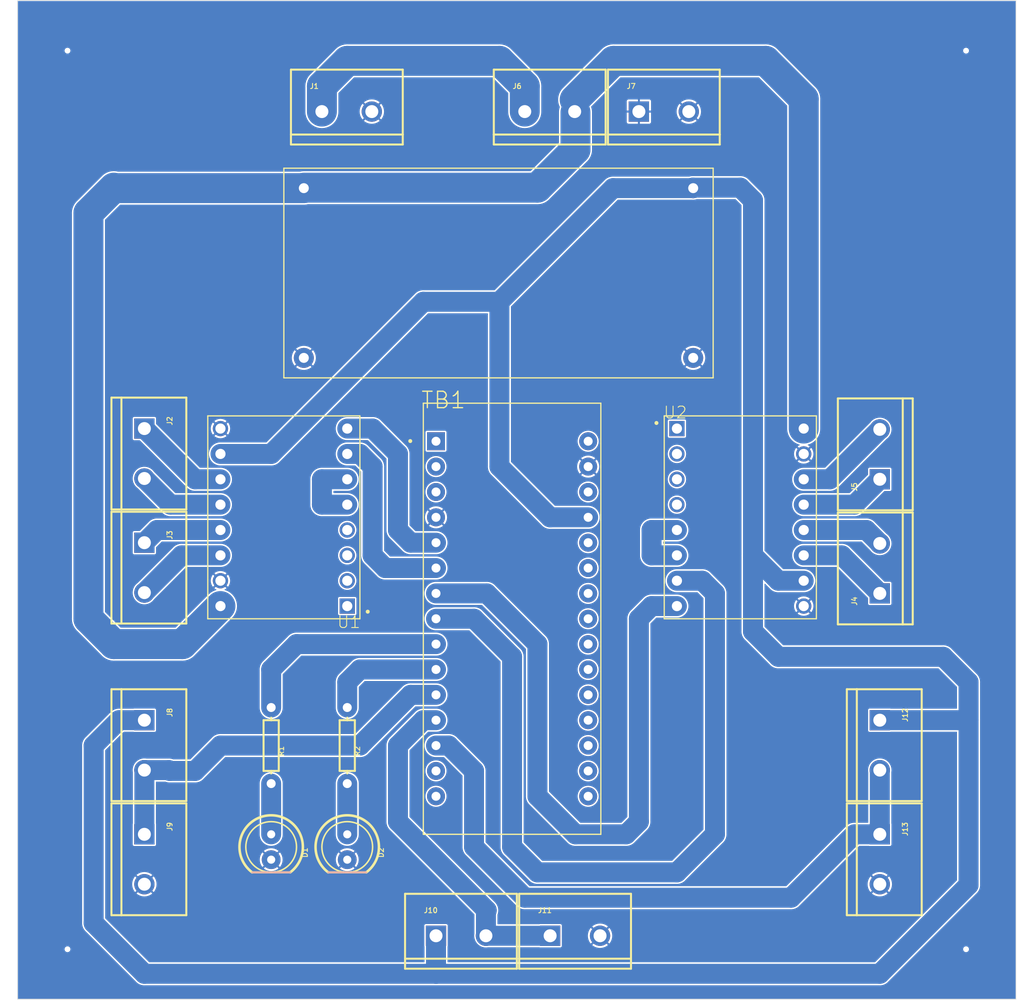
<source format=kicad_pcb>
(kicad_pcb (version 20211014) (generator pcbnew)
  (layers (0 "F.Cu" signal) (31 "B.Cu" signal) (34 "B.Paste" user) (35 "F.Paste" user) (36 "B.SilkS" user "B.Silkscreen") (37 "F.SilkS" user "F.Silkscreen") (38 "B.Mask" user) (39 "F.Mask" user) (44 "Edge.Cuts" user))
  (net 0 "")
  (net 1 "3V3")
  (net 2 "AREF")
  (net 3 "12V")
  (net 4 "GND")
  (net 5 "5V")
  (net 6 "N$3")
  (net 7 "N$4")
  (net 8 "N$7")
  (net 9 "N$8")
  (net 10 "L_DIR")
  (net 11 "R_DIR")
  (net 12 "R_STEP")
  (net 13 "L_STEP")
  (net 14 "US_L")
  (net 15 "US_F")
  (net 16 "US_R")
  (net 17 "N$13")
  (net 18 "N$14")
  (net 19 "S2")
  (net 20 "S1")
  (net 21 "N$9")
  (net 22 "N$10")
  (net 23 "N$1")
  (net 24 "N$2")
  (net 25 "N$5")
  (net 26 "N$6")
  (net 27 "VIN")
  (footprint "demo_robot_platform:SHIELD_ARDUINO_NANO" (layer "F.Cu") (at 148.0311 116.9036)
    (fp_text reference "TB1" (at -9.2 -21.9) (layer "F.SilkS") (effects (font (size 1.647139 1.647139) (thickness 0.130861)) (justify left)))
    (fp_text value "ARDUINO_NANO")
    (fp_line (start 8.89 -21.59) (end 8.89 21.59) (layer "F.SilkS") (width 0.127))
    (fp_line (start -8.89 -21.59) (end 8.89 -21.59) (layer "F.SilkS") (width 0.127))
    (fp_line (start 8.89 21.59) (end -8.89 21.59) (layer "F.SilkS") (width 0.127))
    (fp_line (start -8.89 21.59) (end -8.89 -21.59) (layer "F.SilkS") (width 0.127))
    (fp_circle (center -10.2 -17.8) (end -10.1 -17.8) (layer "F.SilkS") (width 0.2) (fill none))
    (pad "1" thru_hole rect (at -7.62 -17.78 270) (size 1.8 1.8) (drill 0.9) (layers *.Cu *.Mask))
    (pad "2" thru_hole circle (at -7.62 -15.24 270) (size 1.8 1.8) (drill 0.9) (layers *.Cu *.Mask))
    (pad "3" thru_hole circle (at -7.62 -12.7 270) (size 1.8 1.8) (drill 0.9) (layers *.Cu *.Mask))
    (pad "4" thru_hole circle (at -7.62 -10.16 270) (size 1.8 1.8) (drill 0.9) (layers *.Cu *.Mask) (net 4 "GND"))
    (pad "5" thru_hole circle (at -7.62 -7.62 270) (size 1.8 1.8) (drill 0.9) (layers *.Cu *.Mask) (net 10 "L_DIR"))
    (pad "6" thru_hole circle (at -7.62 -5.08 270) (size 1.8 1.8) (drill 0.9) (layers *.Cu *.Mask) (net 13 "L_STEP"))
    (pad "7" thru_hole circle (at -7.62 -2.54 270) (size 1.8 1.8) (drill 0.9) (layers *.Cu *.Mask) (net 11 "R_DIR"))
    (pad "8" thru_hole circle (at -7.62 0 270) (size 1.8 1.8) (drill 0.9) (layers *.Cu *.Mask) (net 12 "R_STEP"))
    (pad "9" thru_hole circle (at -7.62 2.54 270) (size 1.8 1.8) (drill 0.9) (layers *.Cu *.Mask) (net 20 "S1"))
    (pad "10" thru_hole circle (at -7.62 5.08 270) (size 1.8 1.8) (drill 0.9) (layers *.Cu *.Mask) (net 19 "S2"))
    (pad "11" thru_hole circle (at -7.62 7.62 270) (size 1.8 1.8) (drill 0.9) (layers *.Cu *.Mask) (net 14 "US_L"))
    (pad "12" thru_hole circle (at -7.62 10.16 270) (size 1.8 1.8) (drill 0.9) (layers *.Cu *.Mask) (net 15 "US_F"))
    (pad "13" thru_hole circle (at -7.62 12.7 270) (size 1.8 1.8) (drill 0.9) (layers *.Cu *.Mask) (net 16 "US_R"))
    (pad "14" thru_hole circle (at -7.62 15.24 270) (size 1.8 1.8) (drill 0.9) (layers *.Cu *.Mask))
    (pad "15" thru_hole circle (at -7.62 17.78 270) (size 1.8 1.8) (drill 0.9) (layers *.Cu *.Mask))
    (pad "16" thru_hole circle (at 7.62 17.78 90) (size 1.8 1.8) (drill 0.9) (layers *.Cu *.Mask))
    (pad "17" thru_hole circle (at 7.62 15.24 90) (size 1.8 1.8) (drill 0.9) (layers *.Cu *.Mask) (net 1 "3V3"))
    (pad "18" thru_hole circle (at 7.62 12.7 90) (size 1.8 1.8) (drill 0.9) (layers *.Cu *.Mask) (net 2 "AREF"))
    (pad "19" thru_hole circle (at 7.62 10.16 90) (size 1.8 1.8) (drill 0.9) (layers *.Cu *.Mask))
    (pad "20" thru_hole circle (at 7.62 7.62 90) (size 1.8 1.8) (drill 0.9) (layers *.Cu *.Mask))
    (pad "21" thru_hole circle (at 7.62 5.08 90) (size 1.8 1.8) (drill 0.9) (layers *.Cu *.Mask))
    (pad "22" thru_hole circle (at 7.62 2.54 90) (size 1.8 1.8) (drill 0.9) (layers *.Cu *.Mask))
    (pad "23" thru_hole circle (at 7.62 0 90) (size 1.8 1.8) (drill 0.9) (layers *.Cu *.Mask))
    (pad "24" thru_hole circle (at 7.62 -2.54 90) (size 1.8 1.8) (drill 0.9) (layers *.Cu *.Mask))
    (pad "25" thru_hole circle (at 7.62 -5.08 90) (size 1.8 1.8) (drill 0.9) (layers *.Cu *.Mask))
    (pad "26" thru_hole circle (at 7.62 -7.62 90) (size 1.8 1.8) (drill 0.9) (layers *.Cu *.Mask))
    (pad "27" thru_hole circle (at 7.62 -10.16 90) (size 1.8 1.8) (drill 0.9) (layers *.Cu *.Mask) (net 5 "5V"))
    (pad "28" thru_hole circle (at 7.62 -12.7 90) (size 1.8 1.8) (drill 0.9) (layers *.Cu *.Mask))
    (pad "29" thru_hole circle (at 7.62 -15.24 90) (size 1.8 1.8) (drill 0.9) (layers *.Cu *.Mask) (net 4 "GND"))
    (pad "30" thru_hole circle (at 7.62 -17.78 90) (size 1.8 1.8) (drill 0.9) (layers *.Cu *.Mask))
  )
  (footprint "demo_robot_platform:MODULE_A4988_STEPPER_MOTOR_DRIVER_CARRIER" (layer "F.Cu") (at 125.1711 106.7436 180)
    (fp_text reference "U1" (at -7.75 -10.5) (layer "F.SilkS") (effects (font (size 1.176528 1.176528) (thickness 0.093472)) (justify right)))
    (fp_text value "A4988_STEPPER_MOTOR_DRIVER_CARRIER")
    (fp_line (start 7.62 10.16) (end -7.62 10.16) (layer "F.SilkS") (width 0.127))
    (fp_line (start 7.62 -10.16) (end 7.62 10.16) (layer "F.SilkS") (width 0.127))
    (fp_line (start -7.62 10.16) (end -7.62 -10.16) (layer "F.SilkS") (width 0.127))
    (fp_line (start -7.62 -10.16) (end 7.62 -10.16) (layer "F.SilkS") (width 0.127))
    (fp_circle (center -8.4 -9.45) (end -8.3 -9.45) (layer "F.SilkS") (width 0.2) (fill none))
    (pad "1" thru_hole rect (at -6.35 -8.89 180) (size 1.53 1.53) (drill 1.02) (layers *.Cu *.Mask))
    (pad "2" thru_hole circle (at -6.35 -6.35 180) (size 1.53 1.53) (drill 1.02) (layers *.Cu *.Mask))
    (pad "3" thru_hole circle (at -6.35 -3.81 180) (size 1.53 1.53) (drill 1.02) (layers *.Cu *.Mask))
    (pad "4" thru_hole circle (at -6.35 -1.27 180) (size 1.53 1.53) (drill 1.02) (layers *.Cu *.Mask))
    (pad "5" thru_hole circle (at -6.35 1.27 180) (size 1.53 1.53) (drill 1.02) (layers *.Cu *.Mask) (net 21 "N$9"))
    (pad "6" thru_hole circle (at -6.35 3.81 180) (size 1.53 1.53) (drill 1.02) (layers *.Cu *.Mask) (net 21 "N$9"))
    (pad "7" thru_hole circle (at -6.35 6.35 180) (size 1.53 1.53) (drill 1.02) (layers *.Cu *.Mask) (net 13 "L_STEP"))
    (pad "8" thru_hole circle (at -6.35 8.89 180) (size 1.53 1.53) (drill 1.02) (layers *.Cu *.Mask) (net 10 "L_DIR"))
    (pad "9" thru_hole circle (at 6.35 8.89) (size 1.53 1.53) (drill 1.02) (layers *.Cu *.Mask) (net 4 "GND"))
    (pad "10" thru_hole circle (at 6.35 6.35) (size 1.53 1.53) (drill 1.02) (layers *.Cu *.Mask) (net 5 "5V"))
    (pad "11" thru_hole circle (at 6.35 3.81) (size 1.53 1.53) (drill 1.02) (layers *.Cu *.Mask) (net 23 "N$1"))
    (pad "12" thru_hole circle (at 6.35 1.27) (size 1.53 1.53) (drill 1.02) (layers *.Cu *.Mask) (net 24 "N$2"))
    (pad "13" thru_hole circle (at 6.35 -1.27) (size 1.53 1.53) (drill 1.02) (layers *.Cu *.Mask) (net 6 "N$3"))
    (pad "14" thru_hole circle (at 6.35 -3.81) (size 1.53 1.53) (drill 1.02) (layers *.Cu *.Mask) (net 7 "N$4"))
    (pad "15" thru_hole circle (at 6.35 -6.35) (size 1.53 1.53) (drill 1.02) (layers *.Cu *.Mask) (net 4 "GND"))
    (pad "16" thru_hole circle (at 6.35 -8.89) (size 1.53 1.53) (drill 1.02) (layers *.Cu *.Mask) (net 3 "12V"))
  )
  (footprint "demo_robot_platform:SCREWTERMINAL-5MM-2" (layer "F.Cu") (at 128.9811 66.1036)
    (fp_text reference "J1" (at -1.27 -2.54) (layer "F.SilkS") (effects (font (size 0.512064 0.512064) (thickness 0.097536)) (justify left)))
    (fp_text value "")
    (fp_line (start -3.1 -4.2) (end 8.1 -4.2) (layer "F.SilkS") (width 0.2032))
    (fp_line (start 8.1 2.3) (end -3.1 2.3) (layer "F.SilkS") (width 0.2032))
    (fp_line (start -3.1 3.3) (end -3.1 2.3) (layer "F.SilkS") (width 0.2032))
    (fp_line (start -3.1 2.3) (end -3.1 -4.2) (layer "F.SilkS") (width 0.2032))
    (fp_line (start 8.1 -4.2) (end 8.1 2.3) (layer "F.SilkS") (width 0.2032))
    (fp_line (start 8.1 3.3) (end -3.1 3.3) (layer "F.SilkS") (width 0.2032))
    (fp_line (start 8.1 2.3) (end 8.1 3.3) (layer "F.SilkS") (width 0.2032))
    (pad "1" thru_hole rect (at 0 0) (size 2.032 2.032) (drill 1.3) (layers *.Cu *.Mask) (net 27 "VIN"))
    (pad "2" thru_hole circle (at 5 0) (size 2.032 2.032) (drill 1.3) (layers *.Cu *.Mask) (net 4 "GND"))
  )
  (footprint "demo_robot_platform:SCREWTERMINAL-5MM-2" (layer "F.Cu") (at 111.2011 127.0636 -90)
    (fp_text reference "J8" (at -1.27 -2.54 90) (layer "F.SilkS") (effects (font (size 0.512064 0.512064) (thickness 0.097536)) (justify right)))
    (fp_text value "")
    (fp_line (start 8.1 -4.2) (end 8.1 2.3) (layer "F.SilkS") (width 0.2032))
    (fp_line (start -3.1 -4.2) (end 8.1 -4.2) (layer "F.SilkS") (width 0.2032))
    (fp_line (start -3.1 3.3) (end -3.1 2.3) (layer "F.SilkS") (width 0.2032))
    (fp_line (start 8.1 3.3) (end -3.1 3.3) (layer "F.SilkS") (width 0.2032))
    (fp_line (start 8.1 2.3) (end 8.1 3.3) (layer "F.SilkS") (width 0.2032))
    (fp_line (start -3.1 2.3) (end -3.1 -4.2) (layer "F.SilkS") (width 0.2032))
    (fp_line (start 8.1 2.3) (end -3.1 2.3) (layer "F.SilkS") (width 0.2032))
    (pad "1" thru_hole rect (at 0 0 270) (size 2.032 2.032) (drill 1.3) (layers *.Cu *.Mask) (net 5 "5V"))
    (pad "2" thru_hole circle (at 5 0 270) (size 2.032 2.032) (drill 1.3) (layers *.Cu *.Mask) (net 14 "US_L"))
  )
  (footprint "demo_robot_platform:SCREWTERMINAL-5MM-2" (layer "F.Cu") (at 151.8411 148.6536)
    (fp_text reference "J11" (at -1.27 -2.54) (layer "F.SilkS") (effects (font (size 0.512064 0.512064) (thickness 0.097536)) (justify left)))
    (fp_text value "")
    (fp_line (start -3.1 3.3) (end -3.1 2.3) (layer "F.SilkS") (width 0.2032))
    (fp_line (start 8.1 -4.2) (end 8.1 2.3) (layer "F.SilkS") (width 0.2032))
    (fp_line (start 8.1 2.3) (end 8.1 3.3) (layer "F.SilkS") (width 0.2032))
    (fp_line (start 8.1 2.3) (end -3.1 2.3) (layer "F.SilkS") (width 0.2032))
    (fp_line (start 8.1 3.3) (end -3.1 3.3) (layer "F.SilkS") (width 0.2032))
    (fp_line (start -3.1 -4.2) (end 8.1 -4.2) (layer "F.SilkS") (width 0.2032))
    (fp_line (start -3.1 2.3) (end -3.1 -4.2) (layer "F.SilkS") (width 0.2032))
    (pad "1" thru_hole rect (at 0 0) (size 2.032 2.032) (drill 1.3) (layers *.Cu *.Mask) (net 15 "US_F"))
    (pad "2" thru_hole circle (at 5 0) (size 2.032 2.032) (drill 1.3) (layers *.Cu *.Mask) (net 4 "GND"))
  )
  (footprint "" (layer "F.Cu") (at 103.5011 150.0036)
    (fp_text reference "@HOLE0" hide)
    (fp_text value "" (at 0 0) (layer "F.SilkS") (effects (font (size 1.27 1.27))))
    (pad "" np_thru_hole circle (at 0 0) (size 0.07874 0.07874) (drill 0.07874) (layers *.Cu *.Mask))
  )
  (footprint "demo_robot_platform:SCREWTERMINAL-5MM-2" (layer "F.Cu") (at 160.7311 66.1036)
    (fp_text reference "J7" (at -1.27 -2.54) (layer "F.SilkS") (effects (font (size 0.512064 0.512064) (thickness 0.097536)) (justify left)))
    (fp_text value "")
    (fp_line (start -3.1 -4.2) (end 8.1 -4.2) (layer "F.SilkS") (width 0.2032))
    (fp_line (start -3.1 3.3) (end -3.1 2.3) (layer "F.SilkS") (width 0.2032))
    (fp_line (start 8.1 -4.2) (end 8.1 2.3) (layer "F.SilkS") (width 0.2032))
    (fp_line (start 8.1 2.3) (end -3.1 2.3) (layer "F.SilkS") (width 0.2032))
    (fp_line (start 8.1 3.3) (end -3.1 3.3) (layer "F.SilkS") (width 0.2032))
    (fp_line (start -3.1 2.3) (end -3.1 -4.2) (layer "F.SilkS") (width 0.2032))
    (fp_line (start 8.1 2.3) (end 8.1 3.3) (layer "F.SilkS") (width 0.2032))
    (pad "1" thru_hole rect (at 0 0) (size 2.032 2.032) (drill 1.3) (layers *.Cu *.Mask) (net 4 "GND"))
    (pad "2" thru_hole circle (at 5 0) (size 2.032 2.032) (drill 1.3) (layers *.Cu *.Mask) (net 4 "GND"))
  )
  (footprint "demo_robot_platform:SCREWTERMINAL-5MM-2" (layer "F.Cu") (at 184.8611 114.3636 90)
    (fp_text reference "J4" (at -1.27 -2.54 90) (layer "F.SilkS") (effects (font (size 0.512064 0.512064) (thickness 0.097536)) (justify left)))
    (fp_text value "")
    (fp_line (start 8.1 2.3) (end -3.1 2.3) (layer "F.SilkS") (width 0.2032))
    (fp_line (start -3.1 3.3) (end -3.1 2.3) (layer "F.SilkS") (width 0.2032))
    (fp_line (start 8.1 -4.2) (end 8.1 2.3) (layer "F.SilkS") (width 0.2032))
    (fp_line (start 8.1 2.3) (end 8.1 3.3) (layer "F.SilkS") (width 0.2032))
    (fp_line (start 8.1 3.3) (end -3.1 3.3) (layer "F.SilkS") (width 0.2032))
    (fp_line (start -3.1 2.3) (end -3.1 -4.2) (layer "F.SilkS") (width 0.2032))
    (fp_line (start -3.1 -4.2) (end 8.1 -4.2) (layer "F.SilkS") (width 0.2032))
    (pad "1" thru_hole rect (at 0 0 90) (size 2.032 2.032) (drill 1.3) (layers *.Cu *.Mask) (net 25 "N$5"))
    (pad "2" thru_hole circle (at 5 0 90) (size 2.032 2.032) (drill 1.3) (layers *.Cu *.Mask) (net 26 "N$6"))
  )
  (footprint "" (layer "F.Cu") (at 103.5011 60.0036)
    (fp_text reference "@HOLE3" hide)
    (fp_text value "" (at 0 0) (layer "F.SilkS") (effects (font (size 1.27 1.27))))
    (pad "" np_thru_hole circle (at 0 0) (size 0.07874 0.07874) (drill 0.07874) (layers *.Cu *.Mask))
  )
  (footprint "demo_robot_platform:SCREWTERMINAL-5MM-2" (layer "F.Cu") (at 184.8611 138.4936 -90)
    (fp_text reference "J13" (at -1.27 -2.54 90) (layer "F.SilkS") (effects (font (size 0.512064 0.512064) (thickness 0.097536)) (justify right)))
    (fp_text value "")
    (fp_line (start 8.1 2.3) (end 8.1 3.3) (layer "F.SilkS") (width 0.2032))
    (fp_line (start -3.1 -4.2) (end 8.1 -4.2) (layer "F.SilkS") (width 0.2032))
    (fp_line (start -3.1 3.3) (end -3.1 2.3) (layer "F.SilkS") (width 0.2032))
    (fp_line (start 8.1 -4.2) (end 8.1 2.3) (layer "F.SilkS") (width 0.2032))
    (fp_line (start -3.1 2.3) (end -3.1 -4.2) (layer "F.SilkS") (width 0.2032))
    (fp_line (start 8.1 2.3) (end -3.1 2.3) (layer "F.SilkS") (width 0.2032))
    (fp_line (start 8.1 3.3) (end -3.1 3.3) (layer "F.SilkS") (width 0.2032))
    (pad "1" thru_hole rect (at 0 0 270) (size 2.032 2.032) (drill 1.3) (layers *.Cu *.Mask) (net 16 "US_R"))
    (pad "2" thru_hole circle (at 5 0 270) (size 2.032 2.032) (drill 1.3) (layers *.Cu *.Mask) (net 4 "GND"))
  )
  (footprint "demo_robot_platform:SCREWTERMINAL-5MM-2" (layer "F.Cu") (at 184.8611 102.9336 90)
    (fp_text reference "J5" (at -1.27 -2.54 90) (layer "F.SilkS") (effects (font (size 0.512064 0.512064) (thickness 0.097536)) (justify left)))
    (fp_text value "")
    (fp_line (start -3.1 -4.2) (end 8.1 -4.2) (layer "F.SilkS") (width 0.2032))
    (fp_line (start 8.1 2.3) (end -3.1 2.3) (layer "F.SilkS") (width 0.2032))
    (fp_line (start 8.1 -4.2) (end 8.1 2.3) (layer "F.SilkS") (width 0.2032))
    (fp_line (start -3.1 2.3) (end -3.1 -4.2) (layer "F.SilkS") (width 0.2032))
    (fp_line (start 8.1 2.3) (end 8.1 3.3) (layer "F.SilkS") (width 0.2032))
    (fp_line (start 8.1 3.3) (end -3.1 3.3) (layer "F.SilkS") (width 0.2032))
    (fp_line (start -3.1 3.3) (end -3.1 2.3) (layer "F.SilkS") (width 0.2032))
    (pad "1" thru_hole rect (at 0 0 90) (size 2.032 2.032) (drill 1.3) (layers *.Cu *.Mask) (net 8 "N$7"))
    (pad "2" thru_hole circle (at 5 0 90) (size 2.032 2.032) (drill 1.3) (layers *.Cu *.Mask) (net 9 "N$8"))
  )
  (footprint "demo_robot_platform:SCREWTERMINAL-5MM-2" (layer "F.Cu") (at 111.2011 109.2836 -90)
    (fp_text reference "J3" (at -1.27 -2.54 90) (layer "F.SilkS") (effects (font (size 0.512064 0.512064) (thickness 0.097536)) (justify right)))
    (fp_text value "")
    (fp_line (start 8.1 3.3) (end -3.1 3.3) (layer "F.SilkS") (width 0.2032))
    (fp_line (start -3.1 2.3) (end -3.1 -4.2) (layer "F.SilkS") (width 0.2032))
    (fp_line (start 8.1 2.3) (end 8.1 3.3) (layer "F.SilkS") (width 0.2032))
    (fp_line (start 8.1 -4.2) (end 8.1 2.3) (layer "F.SilkS") (width 0.2032))
    (fp_line (start -3.1 -4.2) (end 8.1 -4.2) (layer "F.SilkS") (width 0.2032))
    (fp_line (start -3.1 3.3) (end -3.1 2.3) (layer "F.SilkS") (width 0.2032))
    (fp_line (start 8.1 2.3) (end -3.1 2.3) (layer "F.SilkS") (width 0.2032))
    (pad "1" thru_hole rect (at 0 0 270) (size 2.032 2.032) (drill 1.3) (layers *.Cu *.Mask) (net 6 "N$3"))
    (pad "2" thru_hole circle (at 5 0 270) (size 2.032 2.032) (drill 1.3) (layers *.Cu *.Mask) (net 7 "N$4"))
  )
  (footprint "demo_robot_platform:SCREWTERMINAL-5MM-2" (layer "F.Cu") (at 184.8611 127.0636 -90)
    (fp_text reference "J12" (at -1.27 -2.54 90) (layer "F.SilkS") (effects (font (size 0.512064 0.512064) (thickness 0.097536)) (justify right)))
    (fp_text value "")
    (fp_line (start 8.1 3.3) (end -3.1 3.3) (layer "F.SilkS") (width 0.2032))
    (fp_line (start 8.1 2.3) (end 8.1 3.3) (layer "F.SilkS") (width 0.2032))
    (fp_line (start 8.1 2.3) (end -3.1 2.3) (layer "F.SilkS") (width 0.2032))
    (fp_line (start -3.1 3.3) (end -3.1 2.3) (layer "F.SilkS") (width 0.2032))
    (fp_line (start -3.1 -4.2) (end 8.1 -4.2) (layer "F.SilkS") (width 0.2032))
    (fp_line (start 8.1 -4.2) (end 8.1 2.3) (layer "F.SilkS") (width 0.2032))
    (fp_line (start -3.1 2.3) (end -3.1 -4.2) (layer "F.SilkS") (width 0.2032))
    (pad "1" thru_hole rect (at 0 0 270) (size 2.032 2.032) (drill 1.3) (layers *.Cu *.Mask) (net 5 "5V"))
    (pad "2" thru_hole circle (at 5 0 270) (size 2.032 2.032) (drill 1.3) (layers *.Cu *.Mask) (net 16 "US_R"))
  )
  (footprint "demo_robot_platform:AXIAL-0.3" (layer "F.Cu") (at 123.9011 129.6036 -90)
    (fp_text reference "R1" (at 0 -1.016 90) (layer "F.SilkS") (effects (font (size 0.512064 0.512064) (thickness 0.097536)) (justify right)))
    (fp_text value " ")
    (fp_line (start -2.54 0.762) (end -2.54 0) (layer "F.SilkS") (width 0.2032))
    (fp_line (start 2.54 0.762) (end -2.54 0.762) (layer "F.SilkS") (width 0.2032))
    (fp_line (start -2.54 0) (end -2.54 -0.762) (layer "F.SilkS") (width 0.2032))
    (fp_line (start 2.54 0) (end 2.54 0.762) (layer "F.SilkS") (width 0.2032))
    (fp_line (start 2.54 -0.762) (end 2.54 0) (layer "F.SilkS") (width 0.2032))
    (fp_line (start 2.54 0) (end 2.794 0) (layer "F.SilkS") (width 0.2032))
    (fp_line (start -2.54 -0.762) (end 2.54 -0.762) (layer "F.SilkS") (width 0.2032))
    (fp_line (start -2.54 0) (end -2.794 0) (layer "F.SilkS") (width 0.2032))
    (pad "P$1" thru_hole circle (at -3.81 0 270) (size 1.8796 1.8796) (drill 0.9) (layers *.Cu *.Mask) (net 20 "S1"))
    (pad "P$2" thru_hole circle (at 3.81 0 270) (size 1.8796 1.8796) (drill 0.9) (layers *.Cu *.Mask) (net 17 "N$13"))
  )
  (footprint "demo_robot_platform:LED_5MM" (layer "F.Cu") (at 131.5211 139.7636 -90)
    (fp_text reference "D2" (at 0 -3.3909 90) (layer "F.SilkS") (effects (font (size 0.512064 0.512064) (thickness 0.097536)) (justify right)))
    (fp_text value "")
    (fp_line (start 2.54 1.905) (end 2.54 -1.905) (layer "B.SilkS") (width 0.2032))
    (fp_line (start 2.54 1.905) (end 2.54 -1.905) (layer "F.SilkS") (width 0.2032))
    (fp_arc (start 2.54 1.905) (mid -3.175 0) (end 2.54 -1.905) (layer "F.SilkS") (width 0.254))
    (fp_circle (center 0 0) (end 2.54 0) (layer "F.SilkS") (width 0.1524) (fill none))
    (pad "A" thru_hole circle (at -1.27 0 270) (size 1.8796 1.8796) (drill 0.8128) (layers *.Cu *.Mask) (net 18 "N$14"))
    (pad "K" thru_hole circle (at 1.27 0 270) (size 1.8796 1.8796) (drill 0.8128) (layers *.Cu *.Mask) (net 4 "GND"))
  )
  (footprint "demo_robot_platform:AXIAL-0.3" (layer "F.Cu") (at 131.5211 129.6036 -90)
    (fp_text reference "R2" (at 0 -1.016 90) (layer "F.SilkS") (effects (font (size 0.512064 0.512064) (thickness 0.097536)) (justify right)))
    (fp_text value " ")
    (fp_line (start 2.54 0) (end 2.54 0.762) (layer "F.SilkS") (width 0.2032))
    (fp_line (start 2.54 0.762) (end -2.54 0.762) (layer "F.SilkS") (width 0.2032))
    (fp_line (start -2.54 -0.762) (end 2.54 -0.762) (layer "F.SilkS") (width 0.2032))
    (fp_line (start -2.54 0) (end -2.54 -0.762) (layer "F.SilkS") (width 0.2032))
    (fp_line (start -2.54 0) (end -2.794 0) (layer "F.SilkS") (width 0.2032))
    (fp_line (start -2.54 0.762) (end -2.54 0) (layer "F.SilkS") (width 0.2032))
    (fp_line (start 2.54 0) (end 2.794 0) (layer "F.SilkS") (width 0.2032))
    (fp_line (start 2.54 -0.762) (end 2.54 0) (layer "F.SilkS") (width 0.2032))
    (pad "P$1" thru_hole circle (at -3.81 0 270) (size 1.8796 1.8796) (drill 0.9) (layers *.Cu *.Mask) (net 19 "S2"))
    (pad "P$2" thru_hole circle (at 3.81 0 270) (size 1.8796 1.8796) (drill 0.9) (layers *.Cu *.Mask) (net 18 "N$14"))
  )
  (footprint "demo_robot_platform:SCREWTERMINAL-5MM-2" (layer "F.Cu") (at 149.3011 66.1036)
    (fp_text reference "J6" (at -1.27 -2.54) (layer "F.SilkS") (effects (font (size 0.512064 0.512064) (thickness 0.097536)) (justify left)))
    (fp_text value "")
    (fp_line (start 8.1 3.3) (end -3.1 3.3) (layer "F.SilkS") (width 0.2032))
    (fp_line (start -3.1 2.3) (end -3.1 -4.2) (layer "F.SilkS") (width 0.2032))
    (fp_line (start 8.1 -4.2) (end 8.1 2.3) (layer "F.SilkS") (width 0.2032))
    (fp_line (start -3.1 -4.2) (end 8.1 -4.2) (layer "F.SilkS") (width 0.2032))
    (fp_line (start 8.1 2.3) (end -3.1 2.3) (layer "F.SilkS") (width 0.2032))
    (fp_line (start 8.1 2.3) (end 8.1 3.3) (layer "F.SilkS") (width 0.2032))
    (fp_line (start -3.1 3.3) (end -3.1 2.3) (layer "F.SilkS") (width 0.2032))
    (pad "1" thru_hole rect (at 0 0) (size 2.032 2.032) (drill 1.3) (layers *.Cu *.Mask) (net 27 "VIN"))
    (pad "2" thru_hole circle (at 5 0) (size 2.032 2.032) (drill 1.3) (layers *.Cu *.Mask) (net 3 "12V"))
  )
  (footprint "demo_robot_platform:LED_5MM" (layer "F.Cu") (at 123.9011 139.7636 -90)
    (fp_text reference "D1" (at 0 -3.3909 90) (layer "F.SilkS") (effects (font (size 0.512064 0.512064) (thickness 0.097536)) (justify right)))
    (fp_text value "")
    (fp_line (start 2.54 1.905) (end 2.54 -1.905) (layer "B.SilkS") (width 0.2032))
    (fp_line (start 2.54 1.905) (end 2.54 -1.905) (layer "F.SilkS") (width 0.2032))
    (fp_arc (start 2.54 1.905) (mid -3.175 0) (end 2.54 -1.905) (layer "F.SilkS") (width 0.254))
    (fp_circle (center 0 0) (end 2.54 0) (layer "F.SilkS") (width 0.1524) (fill none))
    (pad "A" thru_hole circle (at -1.27 0 270) (size 1.8796 1.8796) (drill 0.8128) (layers *.Cu *.Mask) (net 17 "N$13"))
    (pad "K" thru_hole circle (at 1.27 0 270) (size 1.8796 1.8796) (drill 0.8128) (layers *.Cu *.Mask) (net 4 "GND"))
  )
  (footprint "demo_robot_platform:DC_DC_CONVERTER" (layer "F.Cu") (at 125.1711 92.7736)
    (fp_text reference "U$1" hide)
    (fp_text value "DC_DC_CONVERTER" hide)
    (fp_line (start 43 -21) (end 43 0) (layer "F.SilkS") (width 0.127))
    (fp_line (start 43 0) (end 0 0) (layer "F.SilkS") (width 0.127))
    (fp_line (start 0 -21) (end 43 -21) (layer "F.SilkS") (width 0.127))
    (fp_line (start 0 0) (end 0 -21) (layer "F.SilkS") (width 0.127))
    (pad "IN+" thru_hole rect (at 2 -19) (size 2 2) (drill 1) (layers *.Cu *.Mask) (net 3 "12V"))
    (pad "IN-" thru_hole circle (at 2 -2) (size 2 2) (drill 1) (layers *.Cu *.Mask) (net 4 "GND"))
    (pad "OUT+" thru_hole circle (at 41 -19) (size 2 2) (drill 1) (layers *.Cu *.Mask) (net 5 "5V"))
    (pad "OUT-" thru_hole circle (at 41 -2) (size 2 2) (drill 1) (layers *.Cu *.Mask) (net 4 "GND"))
  )
  (footprint "demo_robot_platform:SCREWTERMINAL-5MM-2" (layer "F.Cu") (at 140.4111 148.6536)
    (fp_text reference "J10" (at -1.27 -2.54) (layer "F.SilkS") (effects (font (size 0.512064 0.512064) (thickness 0.097536)) (justify left)))
    (fp_text value "")
    (fp_line (start 8.1 2.3) (end -3.1 2.3) (layer "F.SilkS") (width 0.2032))
    (fp_line (start 8.1 2.3) (end 8.1 3.3) (layer "F.SilkS") (width 0.2032))
    (fp_line (start -3.1 -4.2) (end 8.1 -4.2) (layer "F.SilkS") (width 0.2032))
    (fp_line (start 8.1 3.3) (end -3.1 3.3) (layer "F.SilkS") (width 0.2032))
    (fp_line (start -3.1 2.3) (end -3.1 -4.2) (layer "F.SilkS") (width 0.2032))
    (fp_line (start -3.1 3.3) (end -3.1 2.3) (layer "F.SilkS") (width 0.2032))
    (fp_line (start 8.1 -4.2) (end 8.1 2.3) (layer "F.SilkS") (width 0.2032))
    (pad "1" thru_hole rect (at 0 0) (size 2.032 2.032) (drill 1.3) (layers *.Cu *.Mask) (net 5 "5V"))
    (pad "2" thru_hole circle (at 5 0) (size 2.032 2.032) (drill 1.3) (layers *.Cu *.Mask) (net 15 "US_F"))
  )
  (footprint "demo_robot_platform:MODULE_A4988_STEPPER_MOTOR_DRIVER_CARRIER" (layer "F.Cu") (at 170.8911 106.7436)
    (fp_text reference "U2" (at -7.75 -10.5) (layer "F.SilkS") (effects (font (size 1.176528 1.176528) (thickness 0.093472)) (justify left)))
    (fp_text value "A4988_STEPPER_MOTOR_DRIVER_CARRIER")
    (fp_line (start -7.62 -10.16) (end 7.62 -10.16) (layer "F.SilkS") (width 0.127))
    (fp_line (start 7.62 10.16) (end -7.62 10.16) (layer "F.SilkS") (width 0.127))
    (fp_line (start 7.62 -10.16) (end 7.62 10.16) (layer "F.SilkS") (width 0.127))
    (fp_line (start -7.62 10.16) (end -7.62 -10.16) (layer "F.SilkS") (width 0.127))
    (fp_circle (center -8.4 -9.45) (end -8.3 -9.45) (layer "F.SilkS") (width 0.2) (fill none))
    (pad "1" thru_hole rect (at -6.35 -8.89) (size 1.53 1.53) (drill 1.02) (layers *.Cu *.Mask))
    (pad "2" thru_hole circle (at -6.35 -6.35) (size 1.53 1.53) (drill 1.02) (layers *.Cu *.Mask))
    (pad "3" thru_hole circle (at -6.35 -3.81) (size 1.53 1.53) (drill 1.02) (layers *.Cu *.Mask))
    (pad "4" thru_hole circle (at -6.35 -1.27) (size 1.53 1.53) (drill 1.02) (layers *.Cu *.Mask))
    (pad "5" thru_hole circle (at -6.35 1.27) (size 1.53 1.53) (drill 1.02) (layers *.Cu *.Mask) (net 22 "N$10"))
    (pad "6" thru_hole circle (at -6.35 3.81) (size 1.53 1.53) (drill 1.02) (layers *.Cu *.Mask) (net 22 "N$10"))
    (pad "7" thru_hole circle (at -6.35 6.35) (size 1.53 1.53) (drill 1.02) (layers *.Cu *.Mask) (net 12 "R_STEP"))
    (pad "8" thru_hole circle (at -6.35 8.89) (size 1.53 1.53) (drill 1.02) (layers *.Cu *.Mask) (net 11 "R_DIR"))
    (pad "9" thru_hole circle (at 6.35 8.89 180) (size 1.53 1.53) (drill 1.02) (layers *.Cu *.Mask) (net 4 "GND"))
    (pad "10" thru_hole circle (at 6.35 6.35 180) (size 1.53 1.53) (drill 1.02) (layers *.Cu *.Mask) (net 5 "5V"))
    (pad "11" thru_hole circle (at 6.35 3.81 180) (size 1.53 1.53) (drill 1.02) (layers *.Cu *.Mask) (net 25 "N$5"))
    (pad "12" thru_hole circle (at 6.35 1.27 180) (size 1.53 1.53) (drill 1.02) (layers *.Cu *.Mask) (net 26 "N$6"))
    (pad "13" thru_hole circle (at 6.35 -1.27 180) (size 1.53 1.53) (drill 1.02) (layers *.Cu *.Mask) (net 8 "N$7"))
    (pad "14" thru_hole circle (at 6.35 -3.81 180) (size 1.53 1.53) (drill 1.02) (layers *.Cu *.Mask) (net 9 "N$8"))
    (pad "15" thru_hole circle (at 6.35 -6.35 180) (size 1.53 1.53) (drill 1.02) (layers *.Cu *.Mask) (net 4 "GND"))
    (pad "16" thru_hole circle (at 6.35 -8.89 180) (size 1.53 1.53) (drill 1.02) (layers *.Cu *.Mask) (net 3 "12V"))
  )
  (footprint "demo_robot_platform:SCREWTERMINAL-5MM-2" (layer "F.Cu") (at 111.2011 97.8536 -90)
    (fp_text reference "J2" (at -1.27 -2.54 90) (layer "F.SilkS") (effects (font (size 0.512064 0.512064) (thickness 0.097536)) (justify right)))
    (fp_text value "")
    (fp_line (start -3.1 2.3) (end -3.1 -4.2) (layer "F.SilkS") (width 0.2032))
    (fp_line (start -3.1 -4.2) (end 8.1 -4.2) (layer "F.SilkS") (width 0.2032))
    (fp_line (start 8.1 2.3) (end 8.1 3.3) (layer "F.SilkS") (width 0.2032))
    (fp_line (start 8.1 2.3) (end -3.1 2.3) (layer "F.SilkS") (width 0.2032))
    (fp_line (start 8.1 3.3) (end -3.1 3.3) (layer "F.SilkS") (width 0.2032))
    (fp_line (start 8.1 -4.2) (end 8.1 2.3) (layer "F.SilkS") (width 0.2032))
    (fp_line (start -3.1 3.3) (end -3.1 2.3) (layer "F.SilkS") (width 0.2032))
    (pad "1" thru_hole rect (at 0 0 270) (size 2.032 2.032) (drill 1.3) (layers *.Cu *.Mask) (net 23 "N$1"))
    (pad "2" thru_hole circle (at 5 0 270) (size 2.032 2.032) (drill 1.3) (layers *.Cu *.Mask) (net 24 "N$2"))
  )
  (footprint "" (layer "F.Cu") (at 193.5011 150.0036)
    (fp_text reference "@HOLE1" hide)
    (fp_text value "" (at 0 0) (layer "F.SilkS") (effects (font (size 1.27 1.27))))
    (pad "" np_thru_hole circle (at 0 0) (size 0.07874 0.07874) (drill 0.07874) (layers *.Cu *.Mask))
  )
  (footprint "demo_robot_platform:SCREWTERMINAL-5MM-2" (layer "F.Cu") (at 111.2011 138.4936 -90)
    (fp_text reference "J9" (at -1.27 -2.54 90) (layer "F.SilkS") (effects (font (size 0.512064 0.512064) (thickness 0.097536)) (justify right)))
    (fp_text value "")
    (fp_line (start 8.1 2.3) (end -3.1 2.3) (layer "F.SilkS") (width 0.2032))
    (fp_line (start 8.1 -4.2) (end 8.1 2.3) (layer "F.SilkS") (width 0.2032))
    (fp_line (start -3.1 3.3) (end -3.1 2.3) (layer "F.SilkS") (width 0.2032))
    (fp_line (start -3.1 -4.2) (end 8.1 -4.2) (layer "F.SilkS") (width 0.2032))
    (fp_line (start 8.1 2.3) (end 8.1 3.3) (layer "F.SilkS") (width 0.2032))
    (fp_line (start 8.1 3.3) (end -3.1 3.3) (layer "F.SilkS") (width 0.2032))
    (fp_line (start -3.1 2.3) (end -3.1 -4.2) (layer "F.SilkS") (width 0.2032))
    (pad "1" thru_hole rect (at 0 0 270) (size 2.032 2.032) (drill 1.3) (layers *.Cu *.Mask) (net 14 "US_L"))
    (pad "2" thru_hole circle (at 5 0 270) (size 2.032 2.032) (drill 1.3) (layers *.Cu *.Mask) (net 4 "GND"))
  )
  (footprint "" (layer "F.Cu") (at 193.5011 60.0036)
    (fp_text reference "@HOLE2" hide)
    (fp_text value "" (at 0 0) (layer "F.SilkS") (effects (font (size 1.27 1.27))))
    (pad "" np_thru_hole circle (at 0 0) (size 0.07874 0.07874) (drill 0.07874) (layers *.Cu *.Mask))
  )
  (gr_line (start 98.5011 55.0036) (end 98.5011 155.0036) (layer "Edge.Cuts") (width 0.05))
  (gr_line (start 98.5011 155.0036) (end 198.5011 155.0036) (layer "Edge.Cuts") (width 0.05))
  (gr_line (start 198.5011 55.0036) (end 98.5011 55.0036) (layer "Edge.Cuts") (width 0.05))
  (gr_line (start 198.5011 155.0036) (end 198.5011 55.0036) (layer "Edge.Cuts") (width 0.05))
  (segment (start 154.3011 66.1036) (end 154.3811 66.1836) (width 2) (layer "B.Cu") (net 3))
  (segment (start 127.1711 73.7736) (end 108.7111 73.7736) (width 3) (layer "B.Cu") (net 3))
  (segment (start 105.5971 76.2636) (end 105.5971 116.9036) (width 3) (layer "B.Cu") (net 3))
  (segment (start 108.6611 73.7236) (end 108.1371 73.7236) (width 2) (layer "B.Cu") (net 3))
  (segment (start 154.3811 66.1836) (end 154.3811 69.9136) (width 3) (layer "B.Cu") (net 3))
  (segment (start 105.5971 116.9036) (end 108.1371 119.4436) (width 3) (layer "B.Cu") (net 3))
  (segment (start 108.1371 119.4436) (end 115.0111 119.4436) (width 3) (layer "B.Cu") (net 3))
  (segment (start 177.2411 97.8536) (end 177.2411 64.8336) (width 3) (layer "B.Cu") (net 3))
  (segment (start 173.4311 61.0236) (end 158.1911 61.0236) (width 3) (layer "B.Cu") (net 3))
  (segment (start 177.2411 64.8336) (end 173.4311 61.0236) (width 3) (layer "B.Cu") (net 3))
  (segment (start 154.3011 64.9136) (end 154.3011 66.1036) (width 2) (layer "B.Cu") (net 3))
  (segment (start 108.1371 73.7236) (end 105.5971 76.2636) (width 3) (layer "B.Cu") (net 3))
  (segment (start 127.1711 73.7736) (end 127.2211 73.7236) (width 2) (layer "B.Cu") (net 3))
  (segment (start 154.3811 69.9136) (end 150.5711 73.7236) (width 3) (layer "B.Cu") (net 3))
  (segment (start 115.0111 119.4436) (end 118.8211 115.6336) (width 3) (layer "B.Cu") (net 3))
  (segment (start 158.1911 61.0236) (end 154.3011 64.9136) (width 3) (layer "B.Cu") (net 3))
  (segment (start 150.5711 73.7236) (end 127.2211 73.7236) (width 3) (layer "B.Cu") (net 3))
  (segment (start 108.7111 73.7736) (end 108.6611 73.7236) (width 2) (layer "B.Cu") (net 3))
  (segment (start 154.3011 66.1036) (end 154.3811 66.0236) (width 2) (layer "B.Cu") (net 3))
  (segment (start 118.8211 100.3936) (end 123.9011 100.3936) (width 2) (layer "B.Cu") (net 5))
  (segment (start 170.8911 73.7236) (end 166.1211 73.7236) (width 2) (layer "B.Cu") (net 5))
  (segment (start 166.1711 73.7736) (end 158.1411 73.7736) (width 2) (layer "B.Cu") (net 5))
  (segment (start 174.7011 113.0936) (end 172.1611 110.5536) (width 2) (layer "B.Cu") (net 5))
  (segment (start 158.1411 73.7736) (end 146.7611 85.1536) (width 2) (layer "B.Cu") (net 5))
  (segment (start 177.2411 113.0936) (end 174.7011 113.0936) (width 2) (layer "B.Cu") (net 5))
  (segment (start 193.7511 143.5736) (end 184.8611 152.4636) (width 2) (layer "B.Cu") (net 5))
  (segment (start 172.1611 110.5536) (end 172.1611 118.1736) (width 2) (layer "B.Cu") (net 5))
  (segment (start 184.8611 152.4636) (end 140.4111 152.4636) (width 2) (layer "B.Cu") (net 5))
  (segment (start 172.1611 110.5536) (end 172.1611 74.9936) (width 2) (layer "B.Cu") (net 5))
  (segment (start 140.4111 148.6536) (end 140.4111 152.4636) (width 2) (layer "B.Cu") (net 5))
  (segment (start 191.2111 120.7136) (end 193.7511 123.2536) (width 2) (layer "B.Cu") (net 5))
  (segment (start 106.1211 147.3836) (end 106.1211 129.6036) (width 2) (layer "B.Cu") (net 5))
  (segment (start 111.2011 152.4636) (end 106.1211 147.3836) (width 2) (layer "B.Cu") (net 5))
  (segment (start 166.1211 73.7236) (end 166.1711 73.7736) (width 2) (layer "B.Cu") (net 5))
  (segment (start 172.1611 118.1736) (end 174.7011 120.7136) (width 2) (layer "B.Cu") (net 5))
  (segment (start 108.6611 127.0636) (end 111.2011 127.0636) (width 2) (layer "B.Cu") (net 5))
  (segment (start 108.6611 127.0636) (end 106.1211 129.6036) (width 2) (layer "B.Cu") (net 5))
  (segment (start 151.8411 106.7436) (end 155.6511 106.7436) (width 2) (layer "B.Cu") (net 5))
  (segment (start 174.7011 120.7136) (end 191.2111 120.7136) (width 2) (layer "B.Cu") (net 5))
  (segment (start 193.7511 127.0636) (end 193.7511 143.5736) (width 2) (layer "B.Cu") (net 5))
  (segment (start 123.9011 100.3936) (end 139.1411 85.1536) (width 2) (layer "B.Cu") (net 5))
  (segment (start 193.7511 123.2536) (end 193.7511 127.0636) (width 2) (layer "B.Cu") (net 5))
  (segment (start 184.8611 127.0636) (end 193.7511 127.0636) (width 2) (layer "B.Cu") (net 5))
  (segment (start 146.7611 101.6636) (end 151.8411 106.7436) (width 2) (layer "B.Cu") (net 5))
  (segment (start 146.7611 85.1536) (end 146.7611 101.6636) (width 2) (layer "B.Cu") (net 5))
  (segment (start 139.1411 85.1536) (end 146.7611 85.1536) (width 2) (layer "B.Cu") (net 5))
  (segment (start 140.4111 152.4636) (end 111.2011 152.4636) (width 2) (layer "B.Cu") (net 5))
  (segment (start 172.1611 74.9936) (end 170.8911 73.7236) (width 2) (layer "B.Cu") (net 5))
  (segment (start 112.4711 108.0136) (end 111.2011 109.2836) (width 2) (layer "B.Cu") (net 6))
  (segment (start 118.8211 108.0136) (end 112.4711 108.0136) (width 2) (layer "B.Cu") (net 6))
  (segment (start 118.8211 110.5536) (end 114.9311 110.5536) (width 2) (layer "B.Cu") (net 7))
  (segment (start 114.9311 110.5536) (end 111.2011 114.2836) (width 2) (layer "B.Cu") (net 7))
  (segment (start 177.2411 105.4736) (end 182.3211 105.4736) (width 2) (layer "B.Cu") (net 8))
  (segment (start 182.3211 105.4736) (end 184.8611 102.9336) (width 2) (layer "B.Cu") (net 8))
  (segment (start 179.8611 102.9336) (end 184.8611 97.9336) (width 2) (layer "B.Cu") (net 9))
  (segment (start 177.2411 102.9336) (end 179.8611 102.9336) (width 2) (layer "B.Cu") (net 9))
  (segment (start 137.8711 109.2836) (end 136.6011 108.0136) (width 2) (layer "B.Cu") (net 10))
  (segment (start 136.6011 100.3936) (end 134.0611 97.8536) (width 2) (layer "B.Cu") (net 10))
  (segment (start 140.4111 109.2836) (end 137.8711 109.2836) (width 2) (layer "B.Cu") (net 10))
  (segment (start 136.6011 108.0136) (end 136.6011 100.3936) (width 2) (layer "B.Cu") (net 10))
  (segment (start 134.0611 97.8536) (end 131.5211 97.8536) (width 2) (layer "B.Cu") (net 10))
  (segment (start 160.7311 116.9036) (end 160.7311 137.2236) (width 2) (layer "B.Cu") (net 11))
  (segment (start 160.7311 137.2236) (end 159.4611 138.4936) (width 2) (layer "B.Cu") (net 11))
  (segment (start 159.4611 138.4936) (end 154.3811 138.4936) (width 2) (layer "B.Cu") (net 11))
  (segment (start 150.5711 119.4436) (end 145.4911 114.3636) (width 2) (layer "B.Cu") (net 11))
  (segment (start 154.3811 138.4936) (end 150.5711 134.6836) (width 2) (layer "B.Cu") (net 11))
  (segment (start 145.4911 114.3636) (end 140.4111 114.3636) (width 2) (layer "B.Cu") (net 11))
  (segment (start 164.5411 115.6336) (end 162.0011 115.6336) (width 2) (layer "B.Cu") (net 11))
  (segment (start 150.5711 134.6836) (end 150.5711 119.4436) (width 2) (layer "B.Cu") (net 11))
  (segment (start 162.0011 115.6336) (end 160.7311 116.9036) (width 2) (layer "B.Cu") (net 11))
  (segment (start 168.3511 114.3636) (end 167.0811 113.0936) (width 2) (layer "B.Cu") (net 12))
  (segment (start 168.3511 138.4936) (end 168.3511 114.3636) (width 2) (layer "B.Cu") (net 12))
  (segment (start 148.0311 120.7136) (end 148.0311 139.7636) (width 2) (layer "B.Cu") (net 12))
  (segment (start 144.2211 116.9036) (end 148.0311 120.7136) (width 2) (layer "B.Cu") (net 12))
  (segment (start 164.5411 142.3036) (end 168.3511 138.4936) (width 2) (layer "B.Cu") (net 12))
  (segment (start 148.0311 139.7636) (end 150.5711 142.3036) (width 2) (layer "B.Cu") (net 12))
  (segment (start 140.4111 116.9036) (end 144.2211 116.9036) (width 2) (layer "B.Cu") (net 12))
  (segment (start 150.5711 142.3036) (end 164.5411 142.3036) (width 2) (layer "B.Cu") (net 12))
  (segment (start 167.0811 113.0936) (end 164.5411 113.0936) (width 2) (layer "B.Cu") (net 12))
  (segment (start 131.5211 100.3936) (end 132.7911 100.3936) (width 2) (layer "B.Cu") (net 13))
  (segment (start 132.7911 100.3936) (end 134.0611 101.6636) (width 2) (layer "B.Cu") (net 13))
  (segment (start 134.0611 110.5536) (end 135.3311 111.8236) (width 2) (layer "B.Cu") (net 13))
  (segment (start 134.0611 101.6636) (end 134.0611 110.5536) (width 2) (layer "B.Cu") (net 13))
  (segment (start 135.3311 111.8236) (end 140.4111 111.8236) (width 2) (layer "B.Cu") (net 13))
  (segment (start 113.7411 132.1436) (end 116.2811 132.1436) (width 2) (layer "B.Cu") (net 14))
  (segment (start 111.2011 132.0636) (end 113.6611 132.0636) (width 2) (layer "B.Cu") (net 14))
  (segment (start 140.4111 124.5236) (end 137.8711 124.5236) (width 2) (layer "B.Cu") (net 14))
  (segment (start 132.7911 129.6036) (end 118.8211 129.6036) (width 2) (layer "B.Cu") (net 14))
  (segment (start 113.6611 132.0636) (end 113.7411 132.1436) (width 2) (layer "B.Cu") (net 14))
  (segment (start 137.8711 124.5236) (end 132.7911 129.6036) (width 2) (layer "B.Cu") (net 14))
  (segment (start 118.8211 129.6036) (end 116.2811 132.1436) (width 2) (layer "B.Cu") (net 14))
  (segment (start 111.2011 138.4936) (end 111.2011 132.0636) (width 2) (layer "B.Cu") (net 14))
  (segment (start 145.4911 146.1136) (end 136.6011 137.2236) (width 2) (layer "B.Cu") (net 15))
  (segment (start 145.4111 148.6536) (end 151.8411 148.6536) (width 2) (layer "B.Cu") (net 15))
  (segment (start 140.4111 127.0636) (end 139.1411 127.0636) (width 2) (layer "B.Cu") (net 15))
  (segment (start 145.4111 148.6536) (end 145.4111 146.1936) (width 2) (layer "B.Cu") (net 15))
  (segment (start 145.4111 146.1936) (end 145.4911 146.1136) (width 2) (layer "B.Cu") (net 15))
  (segment (start 136.6011 129.6036) (end 136.6011 137.2236) (width 2) (layer "B.Cu") (net 15))
  (segment (start 139.1411 127.0636) (end 136.6011 129.6036) (width 2) (layer "B.Cu") (net 15))
  (segment (start 144.2211 139.7636) (end 149.3011 144.8436) (width 2) (layer "B.Cu") (net 16))
  (segment (start 144.2211 132.1436) (end 144.2211 139.7636) (width 2) (layer "B.Cu") (net 16))
  (segment (start 149.3011 144.8436) (end 175.9711 144.8436) (width 2) (layer "B.Cu") (net 16))
  (segment (start 141.6811 129.6036) (end 144.2211 132.1436) (width 2) (layer "B.Cu") (net 16))
  (segment (start 182.3211 138.4936) (end 184.8611 138.4936) (width 2) (layer "B.Cu") (net 16))
  (segment (start 184.8611 132.0636) (end 184.8611 138.4936) (width 2) (layer "B.Cu") (net 16))
  (segment (start 140.4111 129.6036) (end 141.6811 129.6036) (width 2) (layer "B.Cu") (net 16))
  (segment (start 175.9711 144.8436) (end 182.3211 138.4936) (width 2) (layer "B.Cu") (net 16))
  (segment (start 123.9011 133.4136) (end 123.9011 138.4936) (width 2) (layer "B.Cu") (net 17))
  (segment (start 131.5211 133.4136) (end 131.5211 138.4936) (width 2) (layer "B.Cu") (net 18))
  (segment (start 132.7911 121.9836) (end 140.4111 121.9836) (width 2) (layer "B.Cu") (net 19))
  (segment (start 132.7911 121.9836) (end 131.5211 123.2536) (width 2) (layer "B.Cu") (net 19))
  (segment (start 131.5211 125.7936) (end 131.5211 123.2536) (width 2) (layer "B.Cu") (net 19))
  (segment (start 140.4111 119.4436) (end 126.4411 119.4436) (width 2) (layer "B.Cu") (net 20))
  (segment (start 123.9011 121.9836) (end 123.9011 125.7936) (width 2) (layer "B.Cu") (net 20))
  (segment (start 126.4411 119.4436) (end 123.9011 121.9836) (width 2) (layer "B.Cu") (net 20))
  (segment (start 128.9811 105.4736) (end 131.5211 105.4736) (width 2) (layer "B.Cu") (net 21))
  (segment (start 128.9811 102.9336) (end 128.9811 105.4736) (width 2) (layer "B.Cu") (net 21))
  (segment (start 131.5211 102.9336) (end 128.9811 102.9336) (width 2) (layer "B.Cu") (net 21))
  (segment (start 162.0011 108.0136) (end 162.0011 110.5536) (width 2) (layer "B.Cu") (net 22))
  (segment (start 164.5411 108.0136) (end 162.0011 108.0136) (width 2) (layer "B.Cu") (net 22))
  (segment (start 162.0011 110.5536) (end 164.5411 110.5536) (width 2) (layer "B.Cu") (net 22))
  (segment (start 116.2811 102.9336) (end 118.8211 102.9336) (width 2) (layer "B.Cu") (net 23))
  (segment (start 111.2011 97.8536) (end 116.2811 102.9336) (width 2) (layer "B.Cu") (net 23))
  (segment (start 118.8211 105.4736) (end 113.8211 105.4736) (width 2) (layer "B.Cu") (net 24))
  (segment (start 113.8211 105.4736) (end 111.2011 102.8536) (width 2) (layer "B.Cu") (net 24))
  (segment (start 181.0511 110.5536) (end 184.8611 114.3636) (width 2) (layer "B.Cu") (net 25))
  (segment (start 177.2411 110.5536) (end 181.0511 110.5536) (width 2) (layer "B.Cu") (net 25))
  (segment (start 183.5111 108.0136) (end 184.8611 109.3636) (width 2) (layer "B.Cu") (net 26))
  (segment (start 177.2411 108.0136) (end 183.5111 108.0136) (width 2) (layer "B.Cu") (net 26))
  (segment (start 149.3011 63.5636) (end 149.3011 66.1036) (width 3) (layer "B.Cu") (net 27))
  (segment (start 131.5211 61.0236) (end 146.7611 61.0236) (width 3) (layer "B.Cu") (net 27))
  (segment (start 128.9811 66.1036) (end 128.9811 63.5636) (width 3) (layer "B.Cu") (net 27))
  (segment (start 128.9811 63.5636) (end 131.5211 61.0236) (width 3) (layer "B.Cu") (net 27))
  (segment (start 146.7611 61.0236) (end 149.3011 63.5636) (width 3) (layer "B.Cu") (net 27))
  (zone (net 4) (net_name "GND") (layer "B.Cu") (priority 6) (connect_pads (clearance 0.000001)) (min_thickness 0.0762) (fill yes (thermal_gap 0.2024) (thermal_bridge_width 0.2024))
    (polygon (pts (xy 198.5773 155.0798) (xy 98.4249 155.0798) (xy 98.4249 54.9274) (xy 198.5773 54.9274)))
  )
)
</source>
